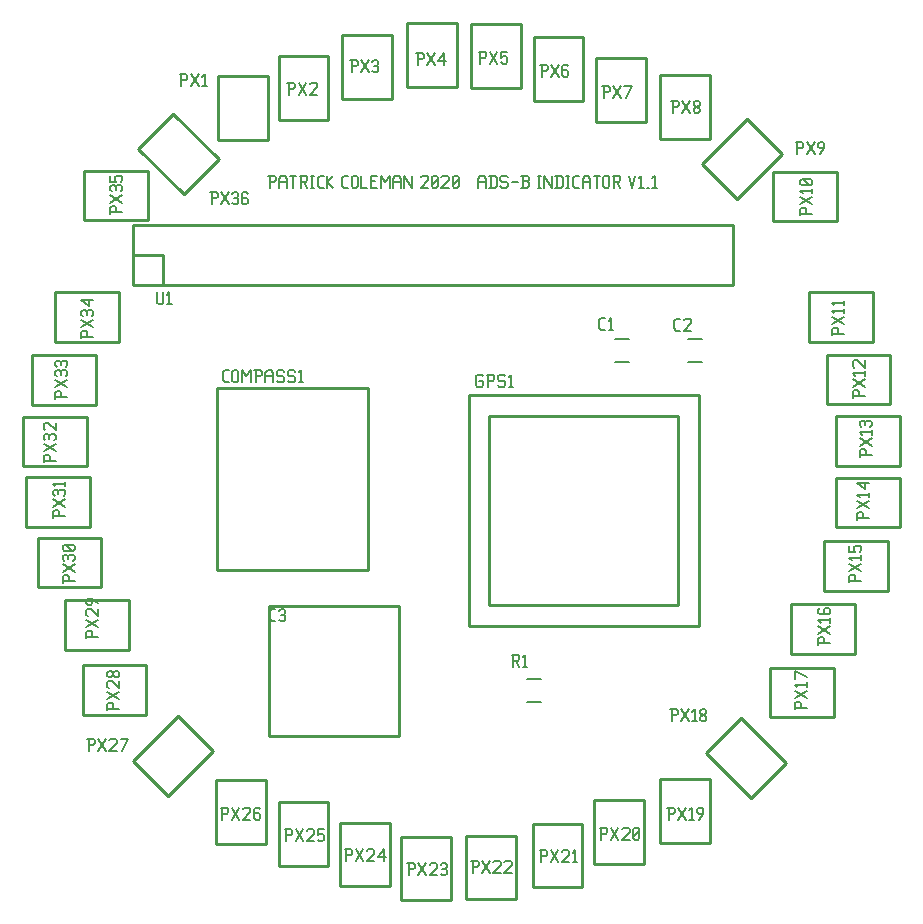
<source format=gbr>
G04 start of page 8 for group -4079 idx -4079 *
G04 Title: (unknown), topsilk *
G04 Creator: pcb 4.2.0 *
G04 CreationDate: Fri Jan  3 20:58:43 2020 UTC *
G04 For: blinken *
G04 Format: Gerber/RS-274X *
G04 PCB-Dimensions (mil): 3149.61 3149.61 *
G04 PCB-Coordinate-Origin: lower left *
%MOIN*%
%FSLAX25Y25*%
%LNTOPSILK*%
%ADD58C,0.0100*%
%ADD57C,0.0080*%
G54D57*X162992Y251543D02*Y248543D01*
Y251543D02*X163692Y252543D01*
X164792D01*
X165492Y251543D01*
Y248543D01*
X162992Y250543D02*X165492D01*
X167192Y252543D02*Y248543D01*
X168492Y252543D02*X169192Y251843D01*
Y249243D01*
X168492Y248543D02*X169192Y249243D01*
X166692Y248543D02*X168492D01*
X166692Y252543D02*X168492D01*
X172392D02*X172892Y252043D01*
X170892Y252543D02*X172392D01*
X170392Y252043D02*X170892Y252543D01*
X170392Y252043D02*Y251043D01*
X170892Y250543D01*
X172392D01*
X172892Y250043D01*
Y249043D01*
X172392Y248543D02*X172892Y249043D01*
X170892Y248543D02*X172392D01*
X170392Y249043D02*X170892Y248543D01*
X174092Y250543D02*X176092D01*
X177292Y248543D02*X179292D01*
X179792Y249043D01*
Y250243D02*Y249043D01*
X179292Y250743D02*X179792Y250243D01*
X177792Y250743D02*X179292D01*
X177792Y252543D02*Y248543D01*
X177292Y252543D02*X179292D01*
X179792Y252043D01*
Y251243D01*
X179292Y250743D02*X179792Y251243D01*
X182792Y252543D02*X183792D01*
X183292D02*Y248543D01*
X182792D02*X183792D01*
X184992Y252543D02*Y248543D01*
Y252543D02*X187492Y248543D01*
Y252543D02*Y248543D01*
X189192Y252543D02*Y248543D01*
X190492Y252543D02*X191192Y251843D01*
Y249243D01*
X190492Y248543D02*X191192Y249243D01*
X188692Y248543D02*X190492D01*
X188692Y252543D02*X190492D01*
X192392D02*X193392D01*
X192892D02*Y248543D01*
X192392D02*X193392D01*
X195292D02*X196592D01*
X194592Y249243D02*X195292Y248543D01*
X194592Y251843D02*Y249243D01*
Y251843D02*X195292Y252543D01*
X196592D01*
X197792Y251543D02*Y248543D01*
Y251543D02*X198492Y252543D01*
X199592D01*
X200292Y251543D01*
Y248543D01*
X197792Y250543D02*X200292D01*
X201492Y252543D02*X203492D01*
X202492D02*Y248543D01*
X204692Y252043D02*Y249043D01*
Y252043D02*X205192Y252543D01*
X206192D01*
X206692Y252043D01*
Y249043D01*
X206192Y248543D02*X206692Y249043D01*
X205192Y248543D02*X206192D01*
X204692Y249043D02*X205192Y248543D01*
X207892Y252543D02*X209892D01*
X210392Y252043D01*
Y251043D01*
X209892Y250543D02*X210392Y251043D01*
X208392Y250543D02*X209892D01*
X208392Y252543D02*Y248543D01*
X209192Y250543D02*X210392Y248543D01*
X213392Y252543D02*X214392Y248543D01*
X215392Y252543D01*
X216592Y251743D02*X217392Y252543D01*
Y248543D01*
X216592D02*X218092D01*
X219292D02*X219792D01*
X220992Y251743D02*X221792Y252543D01*
Y248543D01*
X220992D02*X222492D01*
X93429Y252537D02*Y248537D01*
X92929Y252537D02*X94929D01*
X95429Y252037D01*
Y251037D01*
X94929Y250537D02*X95429Y251037D01*
X93429Y250537D02*X94929D01*
X96629Y251537D02*Y248537D01*
Y251537D02*X97329Y252537D01*
X98429D01*
X99129Y251537D01*
Y248537D01*
X96629Y250537D02*X99129D01*
X100329Y252537D02*X102329D01*
X101329D02*Y248537D01*
X103529Y252537D02*X105529D01*
X106029Y252037D01*
Y251037D01*
X105529Y250537D02*X106029Y251037D01*
X104029Y250537D02*X105529D01*
X104029Y252537D02*Y248537D01*
X104829Y250537D02*X106029Y248537D01*
X107229Y252537D02*X108229D01*
X107729D02*Y248537D01*
X107229D02*X108229D01*
X110129D02*X111429D01*
X109429Y249237D02*X110129Y248537D01*
X109429Y251837D02*Y249237D01*
Y251837D02*X110129Y252537D01*
X111429D01*
X112629D02*Y248537D01*
Y250537D02*X114629Y252537D01*
X112629Y250537D02*X114629Y248537D01*
X118329D02*X119629D01*
X117629Y249237D02*X118329Y248537D01*
X117629Y251837D02*Y249237D01*
Y251837D02*X118329Y252537D01*
X119629D01*
X120829Y252037D02*Y249037D01*
Y252037D02*X121329Y252537D01*
X122329D01*
X122829Y252037D01*
Y249037D01*
X122329Y248537D02*X122829Y249037D01*
X121329Y248537D02*X122329D01*
X120829Y249037D02*X121329Y248537D01*
X124029Y252537D02*Y248537D01*
X126029D01*
X127229Y250737D02*X128729D01*
X127229Y248537D02*X129229D01*
X127229Y252537D02*Y248537D01*
Y252537D02*X129229D01*
X130429D02*Y248537D01*
Y252537D02*X131929Y250537D01*
X133429Y252537D01*
Y248537D01*
X134629Y251537D02*Y248537D01*
Y251537D02*X135329Y252537D01*
X136429D01*
X137129Y251537D01*
Y248537D01*
X134629Y250537D02*X137129D01*
X138329Y252537D02*Y248537D01*
Y252537D02*X140829Y248537D01*
Y252537D02*Y248537D01*
X143829Y252037D02*X144329Y252537D01*
X145829D01*
X146329Y252037D01*
Y251037D01*
X143829Y248537D02*X146329Y251037D01*
X143829Y248537D02*X146329D01*
X147529Y249037D02*X148029Y248537D01*
X147529Y252037D02*Y249037D01*
Y252037D02*X148029Y252537D01*
X149029D01*
X149529Y252037D01*
Y249037D01*
X149029Y248537D02*X149529Y249037D01*
X148029Y248537D02*X149029D01*
X147529Y249537D02*X149529Y251537D01*
X150729Y252037D02*X151229Y252537D01*
X152729D01*
X153229Y252037D01*
Y251037D01*
X150729Y248537D02*X153229Y251037D01*
X150729Y248537D02*X153229D01*
X154429Y249037D02*X154929Y248537D01*
X154429Y252037D02*Y249037D01*
Y252037D02*X154929Y252537D01*
X155929D01*
X156429Y252037D01*
Y249037D01*
X155929Y248537D02*X156429Y249037D01*
X154929Y248537D02*X155929D01*
X154429Y249537D02*X156429Y251537D01*
G54D58*X31102Y72835D02*Y89370D01*
Y72835D02*X52362D01*
X52362Y89370D01*
X31102Y89370D02*X52362Y89370D01*
X25197Y94488D02*Y111024D01*
Y94488D02*X46457D01*
X46457Y111024D01*
X25197Y111024D02*X46457Y111024D01*
X93401Y109141D02*X136708D01*
Y65834D01*
X93401D01*
Y109141D01*
X92126Y29921D02*X75591Y29921D01*
X92126Y29921D02*X92126Y51181D01*
X75591Y51181D01*
X75591Y29921D02*X75591Y51181D01*
X59464Y45744D02*X47772Y57437D01*
X59464Y45744D02*X74497Y60777D01*
X62805Y72470D01*
X47772Y57437D02*X62805Y72470D01*
X175591Y11417D02*X159055Y11417D01*
X175591Y11417D02*X175591Y32677D01*
X159055Y32677D01*
X159055Y11417D02*X159055Y32677D01*
X153937Y11024D02*X137402Y11024D01*
X153937Y11024D02*X153937Y32283D01*
X137402Y32283D01*
X137402Y11024D02*X137402Y32283D01*
X133465Y15748D02*X116929Y15748D01*
X133465Y15748D02*X133465Y37008D01*
X116929Y37008D01*
X116929Y15748D02*X116929Y37008D01*
X112992Y22441D02*X96457Y22441D01*
X112992Y22441D02*X112992Y43701D01*
X96457Y43701D01*
X96457Y22441D02*X96457Y43701D01*
X75827Y181693D02*X126220D01*
X75827D02*Y121063D01*
X126220D01*
Y181693D02*Y121063D01*
G54D57*X208583Y190551D02*X213307D01*
X208583Y198031D02*X213307D01*
X179252Y84685D02*X183976D01*
X179252Y77205D02*X183976D01*
G54D58*X47795Y216299D02*X247795D01*
Y236299D02*Y216299D01*
X47795Y236299D02*X247795D01*
X47795D02*Y216299D01*
X57795Y226299D02*Y216299D01*
X47795Y226299D02*X57795D01*
X166675Y172498D02*X229667D01*
Y109506D01*
X166675D01*
Y172498D01*
X159785Y179388D02*Y102616D01*
X236557D01*
Y179388D01*
X159785D01*
X117717Y299606D02*X134252D01*
X117717D02*Y278346D01*
X134252D01*
Y299606D02*Y278346D01*
X139370Y303543D02*X155906D01*
X139370D02*Y282283D01*
X155906D01*
Y303543D02*Y282283D01*
X160630Y303150D02*X177165D01*
X160630D02*Y281890D01*
X177165D01*
Y303150D02*Y281890D01*
X181496Y298819D02*X198031D01*
X181496D02*Y277559D01*
X198031D01*
Y298819D02*Y277559D01*
X202362Y291732D02*X218898D01*
X202362D02*Y270472D01*
X218898D01*
Y291732D02*Y270472D01*
X223622Y286220D02*X240157D01*
X223622D02*Y264961D01*
X240157D01*
Y286220D02*Y264961D01*
G54D57*X232795Y190551D02*X237519D01*
X232795Y198031D02*X237519D01*
G54D58*X300394Y192913D02*X300394Y176378D01*
X300394Y192913D02*X279134Y192913D01*
Y176378D01*
X300394D02*X279134D01*
X252481Y271535D02*X264173Y259843D01*
X252481Y271535D02*X237448Y256502D01*
X249140Y244810D01*
X264173Y259843D02*X249140Y244810D01*
X282677Y253937D02*X282677Y237402D01*
X282677Y253937D02*X261417Y253937D01*
Y237402D01*
X282677D02*X261417D01*
X294488Y213780D02*X294488Y197244D01*
X294488Y213780D02*X273228Y213780D01*
Y197244D01*
X294488D02*X273228D01*
X303543Y172441D02*X303543Y155906D01*
X303543Y172441D02*X282283Y172441D01*
Y155906D01*
X303543D02*X282283D01*
X303543Y151968D02*X303543Y135433D01*
X303543Y151968D02*X282283Y151969D01*
Y135433D01*
X303543D02*X282283D01*
X76378Y285827D02*X92913D01*
X76378D02*Y264567D01*
X92913D01*
Y285827D02*Y264567D01*
X96457Y292520D02*X112992D01*
X96457D02*Y271260D01*
X112992D01*
Y292520D02*Y271260D01*
X16142Y115354D02*Y131890D01*
Y115354D02*X37402D01*
X37402Y131890D01*
X16142Y131890D02*X37402Y131890D01*
X12205Y135630D02*Y152165D01*
Y135630D02*X33465D01*
X33465Y152165D01*
X12205Y152165D02*X33465Y152165D01*
X11417Y155709D02*Y172244D01*
Y155709D02*X32677D01*
X32677Y172244D01*
X11417Y172244D02*X32677Y172244D01*
X14173Y176181D02*Y192717D01*
Y176181D02*X35433D01*
X35433Y192717D01*
X14173Y192717D02*X35433Y192717D01*
X22047Y197244D02*Y213780D01*
Y197244D02*X43307D01*
X43307Y213780D01*
X22047Y213780D02*X43307Y213780D01*
X49725Y261536D02*X61417Y273228D01*
X49725Y261536D02*X64758Y246503D01*
X76450Y258195D01*
X61417Y273228D02*X76450Y258195D01*
X31496Y237795D02*Y254331D01*
Y237795D02*X52756D01*
X52756Y254331D01*
X31496Y254331D02*X52756Y254331D01*
X281496Y88583D02*X281496Y72047D01*
X281496Y88583D02*X260236Y88583D01*
Y72047D01*
X281496D02*X260236D01*
X265629Y56968D02*X253937Y45276D01*
X265629Y56968D02*X250596Y72001D01*
X238904Y60309D01*
X253937Y45276D02*X238904Y60309D01*
X240157Y30315D02*X223622Y30315D01*
X240157Y30315D02*X240157Y51575D01*
X223622Y51575D01*
X223622Y30315D02*X223622Y51575D01*
X299606Y130709D02*X299606Y114173D01*
X299606Y130709D02*X278346Y130709D01*
Y114173D01*
X299606D02*X278346D01*
X288583Y109843D02*X288583Y93307D01*
X288583Y109843D02*X267323Y109843D01*
Y93307D01*
X288583D02*X267323D01*
X218110Y23228D02*X201575Y23228D01*
X218110Y23228D02*X218110Y44488D01*
X201575Y44488D01*
X201575Y23228D02*X201575Y44488D01*
X197638Y15354D02*X181102Y15354D01*
X197638Y15354D02*X197638Y36614D01*
X181102Y36614D01*
X181102Y15354D02*X181102Y36614D01*
G54D57*X204007Y201102D02*X205307D01*
X203307Y201802D02*X204007Y201102D01*
X203307Y204402D02*Y201802D01*
Y204402D02*X204007Y205102D01*
X205307D01*
X206507Y204302D02*X207307Y205102D01*
Y201102D01*
X206507D02*X208007D01*
X174173Y92976D02*X176173D01*
X176673Y92476D01*
Y91476D01*
X176173Y90976D02*X176673Y91476D01*
X174673Y90976D02*X176173D01*
X174673Y92976D02*Y88976D01*
X175473Y90976D02*X176673Y88976D01*
X177873Y92176D02*X178673Y92976D01*
Y88976D01*
X177873D02*X179373D01*
X228928Y200984D02*X230228D01*
X228228Y201684D02*X228928Y200984D01*
X228228Y204284D02*Y201684D01*
Y204284D02*X228928Y204984D01*
X230228D01*
X231428Y204484D02*X231928Y204984D01*
X233428D01*
X233928Y204484D01*
Y203484D01*
X231428Y200984D02*X233928Y203484D01*
X231428Y200984D02*X233928D01*
X164147Y186262D02*X164647Y185762D01*
X162647Y186262D02*X164147D01*
X162147Y185762D02*X162647Y186262D01*
X162147Y185762D02*Y182762D01*
X162647Y182262D01*
X164147D01*
X164647Y182762D01*
Y183762D02*Y182762D01*
X164147Y184262D02*X164647Y183762D01*
X163147Y184262D02*X164147D01*
X166347Y186262D02*Y182262D01*
X165847Y186262D02*X167847D01*
X168347Y185762D01*
Y184762D01*
X167847Y184262D02*X168347Y184762D01*
X166347Y184262D02*X167847D01*
X171547Y186262D02*X172047Y185762D01*
X170047Y186262D02*X171547D01*
X169547Y185762D02*X170047Y186262D01*
X169547Y185762D02*Y184762D01*
X170047Y184262D01*
X171547D01*
X172047Y183762D01*
Y182762D01*
X171547Y182262D02*X172047Y182762D01*
X170047Y182262D02*X171547D01*
X169547Y182762D02*X170047Y182262D01*
X173247Y185462D02*X174047Y186262D01*
Y182262D01*
X173247D02*X174747D01*
X289386Y138492D02*X293386D01*
X289386Y139992D02*Y137992D01*
Y139992D02*X289886Y140492D01*
X290886D01*
X291386Y139992D02*X290886Y140492D01*
X291386Y139992D02*Y138492D01*
X293386Y141692D02*X289386Y144192D01*
Y141692D02*X293386Y144192D01*
X290186Y145392D02*X289386Y146192D01*
X293386D01*
Y146892D02*Y145392D01*
X291886Y148092D02*X289386Y150092D01*
X291886Y150592D02*Y148092D01*
X289386Y150092D02*X293386D01*
X286630Y117626D02*X290630D01*
X286630Y119126D02*Y117126D01*
Y119126D02*X287130Y119626D01*
X288130D01*
X288630Y119126D02*X288130Y119626D01*
X288630Y119126D02*Y117626D01*
X290630Y120826D02*X286630Y123326D01*
Y120826D02*X290630Y123326D01*
X287430Y124526D02*X286630Y125326D01*
X290630D01*
Y126026D02*Y124526D01*
X286630Y129226D02*Y127226D01*
X288630D01*
X288130Y127726D01*
Y128726D02*Y127726D01*
Y128726D02*X288630Y129226D01*
X290130D01*
X290630Y128726D02*X290130Y129226D01*
X290630Y128726D02*Y127726D01*
X290130Y127226D02*X290630Y127726D01*
X290173Y159358D02*X294173D01*
X290173Y160858D02*Y158858D01*
Y160858D02*X290673Y161358D01*
X291673D01*
X292173Y160858D02*X291673Y161358D01*
X292173Y160858D02*Y159358D01*
X294173Y162558D02*X290173Y165058D01*
Y162558D02*X294173Y165058D01*
X290973Y166258D02*X290173Y167058D01*
X294173D01*
Y167758D02*Y166258D01*
X290673Y168958D02*X290173Y169458D01*
Y170458D02*Y169458D01*
Y170458D02*X290673Y170958D01*
X294173Y170458D02*X293673Y170958D01*
X294173Y170458D02*Y169458D01*
X293673Y168958D02*X294173Y169458D01*
X291973Y170458D02*Y169458D01*
X290673Y170958D02*X291473D01*
X292473D02*X293673D01*
X292473D02*X291973Y170458D01*
X291473Y170958D02*X291973Y170458D01*
X280921Y199909D02*X284921D01*
X280921Y201409D02*Y199409D01*
Y201409D02*X281421Y201909D01*
X282421D01*
X282921Y201409D02*X282421Y201909D01*
X282921Y201409D02*Y199909D01*
X284921Y203109D02*X280921Y205609D01*
Y203109D02*X284921Y205609D01*
X281721Y206809D02*X280921Y207609D01*
X284921D01*
Y208309D02*Y206809D01*
X281721Y209509D02*X280921Y210309D01*
X284921D01*
Y211009D02*Y209509D01*
X287811Y179043D02*X291811D01*
X287811Y180543D02*Y178543D01*
Y180543D02*X288311Y181043D01*
X289311D01*
X289811Y180543D02*X289311Y181043D01*
X289811Y180543D02*Y179043D01*
X291811Y182243D02*X287811Y184743D01*
Y182243D02*X291811Y184743D01*
X288611Y185943D02*X287811Y186743D01*
X291811D01*
Y187443D02*Y185943D01*
X288311Y188643D02*X287811Y189143D01*
Y190643D02*Y189143D01*
Y190643D02*X288311Y191143D01*
X289311D01*
X291811Y188643D02*X289311Y191143D01*
X291811D02*Y188643D01*
X56063Y213724D02*Y210224D01*
X56563Y209724D01*
X57563D01*
X58063Y210224D01*
Y213724D02*Y210224D01*
X59263Y212924D02*X60063Y213724D01*
Y209724D01*
X59263D02*X60763D01*
X78456Y183819D02*X79756D01*
X77756Y184519D02*X78456Y183819D01*
X77756Y187119D02*Y184519D01*
Y187119D02*X78456Y187819D01*
X79756D01*
X80956Y187319D02*Y184319D01*
Y187319D02*X81456Y187819D01*
X82456D01*
X82956Y187319D01*
Y184319D01*
X82456Y183819D02*X82956Y184319D01*
X81456Y183819D02*X82456D01*
X80956Y184319D02*X81456Y183819D01*
X84156Y187819D02*Y183819D01*
Y187819D02*X85656Y185819D01*
X87156Y187819D01*
Y183819D01*
X88856Y187819D02*Y183819D01*
X88356Y187819D02*X90356D01*
X90856Y187319D01*
Y186319D01*
X90356Y185819D02*X90856Y186319D01*
X88856Y185819D02*X90356D01*
X92056Y186819D02*Y183819D01*
Y186819D02*X92756Y187819D01*
X93856D01*
X94556Y186819D01*
Y183819D01*
X92056Y185819D02*X94556D01*
X97756Y187819D02*X98256Y187319D01*
X96256Y187819D02*X97756D01*
X95756Y187319D02*X96256Y187819D01*
X95756Y187319D02*Y186319D01*
X96256Y185819D01*
X97756D01*
X98256Y185319D01*
Y184319D01*
X97756Y183819D02*X98256Y184319D01*
X96256Y183819D02*X97756D01*
X95756Y184319D02*X96256Y183819D01*
X101456Y187819D02*X101956Y187319D01*
X99956Y187819D02*X101456D01*
X99456Y187319D02*X99956Y187819D01*
X99456Y187319D02*Y186319D01*
X99956Y185819D01*
X101456D01*
X101956Y185319D01*
Y184319D01*
X101456Y183819D02*X101956Y184319D01*
X99956Y183819D02*X101456D01*
X99456Y184319D02*X99956Y183819D01*
X103156Y187019D02*X103956Y187819D01*
Y183819D01*
X103156D02*X104656D01*
X30724Y198925D02*X34724D01*
X30724Y200425D02*Y198425D01*
Y200425D02*X31224Y200925D01*
X32224D01*
X32724Y200425D02*X32224Y200925D01*
X32724Y200425D02*Y198925D01*
X34724Y202125D02*X30724Y204625D01*
Y202125D02*X34724Y204625D01*
X31224Y205825D02*X30724Y206325D01*
Y207325D02*Y206325D01*
Y207325D02*X31224Y207825D01*
X34724Y207325D02*X34224Y207825D01*
X34724Y207325D02*Y206325D01*
X34224Y205825D02*X34724Y206325D01*
X32524Y207325D02*Y206325D01*
X31224Y207825D02*X32024D01*
X33024D02*X34224D01*
X33024D02*X32524Y207325D01*
X32024Y207825D02*X32524Y207325D01*
X33224Y209025D02*X30724Y211025D01*
X33224Y211525D02*Y209025D01*
X30724Y211025D02*X34724D01*
X64083Y286402D02*Y282402D01*
X63583Y286402D02*X65583D01*
X66083Y285902D01*
Y284902D01*
X65583Y284402D02*X66083Y284902D01*
X64083Y284402D02*X65583D01*
X67283Y282402D02*X69783Y286402D01*
X67283D02*X69783Y282402D01*
X70983Y285602D02*X71783Y286402D01*
Y282402D01*
X70983D02*X72483D01*
X74122Y247031D02*Y243031D01*
X73622Y247031D02*X75622D01*
X76122Y246531D01*
Y245531D01*
X75622Y245031D02*X76122Y245531D01*
X74122Y245031D02*X75622D01*
X77322Y243031D02*X79822Y247031D01*
X77322D02*X79822Y243031D01*
X81022Y246531D02*X81522Y247031D01*
X82522D01*
X83022Y246531D01*
X82522Y243031D02*X83022Y243531D01*
X81522Y243031D02*X82522D01*
X81022Y243531D02*X81522Y243031D01*
Y245231D02*X82522D01*
X83022Y246531D02*Y245731D01*
Y244731D02*Y243531D01*
Y244731D02*X82522Y245231D01*
X83022Y245731D02*X82522Y245231D01*
X85722Y247031D02*X86222Y246531D01*
X84722Y247031D02*X85722D01*
X84222Y246531D02*X84722Y247031D01*
X84222Y246531D02*Y243531D01*
X84722Y243031D01*
X85722Y245231D02*X86222Y244731D01*
X84222Y245231D02*X85722D01*
X84722Y243031D02*X85722D01*
X86222Y243531D01*
Y244731D02*Y243531D01*
X99909Y283646D02*Y279646D01*
X99409Y283646D02*X101409D01*
X101909Y283146D01*
Y282146D01*
X101409Y281646D02*X101909Y282146D01*
X99909Y281646D02*X101409D01*
X103109Y279646D02*X105609Y283646D01*
X103109D02*X105609Y279646D01*
X106809Y283146D02*X107309Y283646D01*
X108809D01*
X109309Y283146D01*
Y282146D01*
X106809Y279646D02*X109309Y282146D01*
X106809Y279646D02*X109309D01*
X21276Y139083D02*X25276D01*
X21276Y140583D02*Y138583D01*
Y140583D02*X21776Y141083D01*
X22776D01*
X23276Y140583D02*X22776Y141083D01*
X23276Y140583D02*Y139083D01*
X25276Y142283D02*X21276Y144783D01*
Y142283D02*X25276Y144783D01*
X21776Y145983D02*X21276Y146483D01*
Y147483D02*Y146483D01*
Y147483D02*X21776Y147983D01*
X25276Y147483D02*X24776Y147983D01*
X25276Y147483D02*Y146483D01*
X24776Y145983D02*X25276Y146483D01*
X23076Y147483D02*Y146483D01*
X21776Y147983D02*X22576D01*
X23576D02*X24776D01*
X23576D02*X23076Y147483D01*
X22576Y147983D02*X23076Y147483D01*
X22076Y149183D02*X21276Y149983D01*
X25276D01*
Y150683D02*Y149183D01*
X18126Y157587D02*X22126D01*
X18126Y159087D02*Y157087D01*
Y159087D02*X18626Y159587D01*
X19626D01*
X20126Y159087D02*X19626Y159587D01*
X20126Y159087D02*Y157587D01*
X22126Y160787D02*X18126Y163287D01*
Y160787D02*X22126Y163287D01*
X18626Y164487D02*X18126Y164987D01*
Y165987D02*Y164987D01*
Y165987D02*X18626Y166487D01*
X22126Y165987D02*X21626Y166487D01*
X22126Y165987D02*Y164987D01*
X21626Y164487D02*X22126Y164987D01*
X19926Y165987D02*Y164987D01*
X18626Y166487D02*X19426D01*
X20426D02*X21626D01*
X20426D02*X19926Y165987D01*
X19426Y166487D02*X19926Y165987D01*
X18626Y167687D02*X18126Y168187D01*
Y169687D02*Y168187D01*
Y169687D02*X18626Y170187D01*
X19626D01*
X22126Y167687D02*X19626Y170187D01*
X22126D02*Y167687D01*
X22063Y178846D02*X26063D01*
X22063Y180346D02*Y178346D01*
Y180346D02*X22563Y180846D01*
X23563D01*
X24063Y180346D02*X23563Y180846D01*
X24063Y180346D02*Y178846D01*
X26063Y182046D02*X22063Y184546D01*
Y182046D02*X26063Y184546D01*
X22563Y185746D02*X22063Y186246D01*
Y187246D02*Y186246D01*
Y187246D02*X22563Y187746D01*
X26063Y187246D02*X25563Y187746D01*
X26063Y187246D02*Y186246D01*
X25563Y185746D02*X26063Y186246D01*
X23863Y187246D02*Y186246D01*
X22563Y187746D02*X23363D01*
X24363D02*X25563D01*
X24363D02*X23863Y187246D01*
X23363Y187746D02*X23863Y187246D01*
X22563Y188946D02*X22063Y189446D01*
Y190446D02*Y189446D01*
Y190446D02*X22563Y190946D01*
X26063Y190446D02*X25563Y190946D01*
X26063Y190446D02*Y189446D01*
X25563Y188946D02*X26063Y189446D01*
X23863Y190446D02*Y189446D01*
X22563Y190946D02*X23363D01*
X24363D02*X25563D01*
X24363D02*X23863Y190446D01*
X23363Y190946D02*X23863Y190446D01*
X40370Y240461D02*X44370D01*
X40370Y241961D02*Y239961D01*
Y241961D02*X40870Y242461D01*
X41870D01*
X42370Y241961D02*X41870Y242461D01*
X42370Y241961D02*Y240461D01*
X44370Y243661D02*X40370Y246161D01*
Y243661D02*X44370Y246161D01*
X40870Y247361D02*X40370Y247861D01*
Y248861D02*Y247861D01*
Y248861D02*X40870Y249361D01*
X44370Y248861D02*X43870Y249361D01*
X44370Y248861D02*Y247861D01*
X43870Y247361D02*X44370Y247861D01*
X42170Y248861D02*Y247861D01*
X40870Y249361D02*X41670D01*
X42670D02*X43870D01*
X42670D02*X42170Y248861D01*
X41670Y249361D02*X42170Y248861D01*
X40370Y252561D02*Y250561D01*
X42370D01*
X41870Y251061D01*
Y252061D02*Y251061D01*
Y252061D02*X42370Y252561D01*
X43870D01*
X44370Y252061D02*X43870Y252561D01*
X44370Y252061D02*Y251061D01*
X43870Y250561D02*X44370Y251061D01*
X77665Y41913D02*Y37913D01*
X77165Y41913D02*X79165D01*
X79665Y41413D01*
Y40413D01*
X79165Y39913D02*X79665Y40413D01*
X77665Y39913D02*X79165D01*
X80865Y37913D02*X83365Y41913D01*
X80865D02*X83365Y37913D01*
X84565Y41413D02*X85065Y41913D01*
X86565D01*
X87065Y41413D01*
Y40413D01*
X84565Y37913D02*X87065Y40413D01*
X84565Y37913D02*X87065D01*
X89765Y41913D02*X90265Y41413D01*
X88765Y41913D02*X89765D01*
X88265Y41413D02*X88765Y41913D01*
X88265Y41413D02*Y38413D01*
X88765Y37913D01*
X89765Y40113D02*X90265Y39613D01*
X88265Y40113D02*X89765D01*
X88765Y37913D02*X89765D01*
X90265Y38413D01*
Y39613D02*Y38413D01*
X33177Y64945D02*Y60945D01*
X32677Y64945D02*X34677D01*
X35177Y64445D01*
Y63445D01*
X34677Y62945D02*X35177Y63445D01*
X33177Y62945D02*X34677D01*
X36377Y60945D02*X38877Y64945D01*
X36377D02*X38877Y60945D01*
X40077Y64445D02*X40577Y64945D01*
X42077D01*
X42577Y64445D01*
Y63445D01*
X40077Y60945D02*X42577Y63445D01*
X40077Y60945D02*X42577D01*
X44277D02*X46277Y64945D01*
X43777D02*X46277D01*
X39386Y74909D02*X43386D01*
X39386Y76409D02*Y74409D01*
Y76409D02*X39886Y76909D01*
X40886D01*
X41386Y76409D02*X40886Y76909D01*
X41386Y76409D02*Y74909D01*
X43386Y78109D02*X39386Y80609D01*
Y78109D02*X43386Y80609D01*
X39886Y81809D02*X39386Y82309D01*
Y83809D02*Y82309D01*
Y83809D02*X39886Y84309D01*
X40886D01*
X43386Y81809D02*X40886Y84309D01*
X43386D02*Y81809D01*
X42886Y85509D02*X43386Y86009D01*
X42086Y85509D02*X42886D01*
X42086D02*X41386Y86209D01*
Y86809D02*Y86209D01*
Y86809D02*X42086Y87509D01*
X42886D01*
X43386Y87009D02*X42886Y87509D01*
X43386Y87009D02*Y86009D01*
X40686Y85509D02*X41386Y86209D01*
X39886Y85509D02*X40686D01*
X39886D02*X39386Y86009D01*
Y87009D02*Y86009D01*
Y87009D02*X39886Y87509D01*
X40686D01*
X41386Y86809D02*X40686Y87509D01*
X24425Y117429D02*X28425D01*
X24425Y118929D02*Y116929D01*
Y118929D02*X24925Y119429D01*
X25925D01*
X26425Y118929D02*X25925Y119429D01*
X26425Y118929D02*Y117429D01*
X28425Y120629D02*X24425Y123129D01*
Y120629D02*X28425Y123129D01*
X24925Y124329D02*X24425Y124829D01*
Y125829D02*Y124829D01*
Y125829D02*X24925Y126329D01*
X28425Y125829D02*X27925Y126329D01*
X28425Y125829D02*Y124829D01*
X27925Y124329D02*X28425Y124829D01*
X26225Y125829D02*Y124829D01*
X24925Y126329D02*X25725D01*
X26725D02*X27925D01*
X26725D02*X26225Y125829D01*
X25725Y126329D02*X26225Y125829D01*
X27925Y127529D02*X28425Y128029D01*
X24925Y127529D02*X27925D01*
X24925D02*X24425Y128029D01*
Y129029D02*Y128029D01*
Y129029D02*X24925Y129529D01*
X27925D01*
X28425Y129029D02*X27925Y129529D01*
X28425Y129029D02*Y128029D01*
X27425Y127529D02*X25425Y129529D01*
X139870Y23409D02*Y19409D01*
X139370Y23409D02*X141370D01*
X141870Y22909D01*
Y21909D01*
X141370Y21409D02*X141870Y21909D01*
X139870Y21409D02*X141370D01*
X143070Y19409D02*X145570Y23409D01*
X143070D02*X145570Y19409D01*
X146770Y22909D02*X147270Y23409D01*
X148770D01*
X149270Y22909D01*
Y21909D01*
X146770Y19409D02*X149270Y21909D01*
X146770Y19409D02*X149270D01*
X150470Y22909D02*X150970Y23409D01*
X151970D01*
X152470Y22909D01*
X151970Y19409D02*X152470Y19909D01*
X150970Y19409D02*X151970D01*
X150470Y19909D02*X150970Y19409D01*
Y21609D02*X151970D01*
X152470Y22909D02*Y22109D01*
Y21109D02*Y19909D01*
Y21109D02*X151970Y21609D01*
X152470Y22109D02*X151970Y21609D01*
X119004Y28134D02*Y24134D01*
X118504Y28134D02*X120504D01*
X121004Y27634D01*
Y26634D01*
X120504Y26134D02*X121004Y26634D01*
X119004Y26134D02*X120504D01*
X122204Y24134D02*X124704Y28134D01*
X122204D02*X124704Y24134D01*
X125904Y27634D02*X126404Y28134D01*
X127904D01*
X128404Y27634D01*
Y26634D01*
X125904Y24134D02*X128404Y26634D01*
X125904Y24134D02*X128404D01*
X129604Y25634D02*X131604Y28134D01*
X129604Y25634D02*X132104D01*
X131604Y28134D02*Y24134D01*
X98925Y34827D02*Y30827D01*
X98425Y34827D02*X100425D01*
X100925Y34327D01*
Y33327D01*
X100425Y32827D02*X100925Y33327D01*
X98925Y32827D02*X100425D01*
X102125Y30827D02*X104625Y34827D01*
X102125D02*X104625Y30827D01*
X105825Y34327D02*X106325Y34827D01*
X107825D01*
X108325Y34327D01*
Y33327D01*
X105825Y30827D02*X108325Y33327D01*
X105825Y30827D02*X108325D01*
X109525Y34827D02*X111525D01*
X109525D02*Y32827D01*
X110025Y33327D01*
X111025D01*
X111525Y32827D01*
Y31327D01*
X111025Y30827D02*X111525Y31327D01*
X110025Y30827D02*X111025D01*
X109525Y31327D02*X110025Y30827D01*
X32299Y98925D02*X36299D01*
X32299Y100425D02*Y98425D01*
Y100425D02*X32799Y100925D01*
X33799D01*
X34299Y100425D02*X33799Y100925D01*
X34299Y100425D02*Y98925D01*
X36299Y102125D02*X32299Y104625D01*
Y102125D02*X36299Y104625D01*
X32799Y105825D02*X32299Y106325D01*
Y107825D02*Y106325D01*
Y107825D02*X32799Y108325D01*
X33799D01*
X36299Y105825D02*X33799Y108325D01*
X36299D02*Y105825D01*
Y110025D02*X34299Y111525D01*
X32799D02*X34299D01*
X32299Y111025D02*X32799Y111525D01*
X32299Y111025D02*Y110025D01*
X32799Y109525D02*X32299Y110025D01*
X32799Y109525D02*X33799D01*
X34299Y110025D01*
Y111525D02*Y110025D01*
X94101Y104141D02*X95401D01*
X93401Y104841D02*X94101Y104141D01*
X93401Y107441D02*Y104841D01*
Y107441D02*X94101Y108141D01*
X95401D01*
X96601Y107641D02*X97101Y108141D01*
X98101D01*
X98601Y107641D01*
X98101Y104141D02*X98601Y104641D01*
X97101Y104141D02*X98101D01*
X96601Y104641D02*X97101Y104141D01*
Y106341D02*X98101D01*
X98601Y107641D02*Y106841D01*
Y105841D02*Y104641D01*
Y105841D02*X98101Y106341D01*
X98601Y106841D02*X98101Y106341D01*
X269398Y263764D02*Y259764D01*
X268898Y263764D02*X270898D01*
X271398Y263264D01*
Y262264D01*
X270898Y261764D02*X271398Y262264D01*
X269398Y261764D02*X270898D01*
X272598Y259764D02*X275098Y263764D01*
X272598D02*X275098Y259764D01*
X276798D02*X278298Y261764D01*
Y263264D02*Y261764D01*
X277798Y263764D02*X278298Y263264D01*
X276798Y263764D02*X277798D01*
X276298Y263264D02*X276798Y263764D01*
X276298Y263264D02*Y262264D01*
X276798Y261764D01*
X278298D01*
X270291Y239870D02*X274291D01*
X270291Y241370D02*Y239370D01*
Y241370D02*X270791Y241870D01*
X271791D01*
X272291Y241370D02*X271791Y241870D01*
X272291Y241370D02*Y239870D01*
X274291Y243070D02*X270291Y245570D01*
Y243070D02*X274291Y245570D01*
X271091Y246770D02*X270291Y247570D01*
X274291D01*
Y248270D02*Y246770D01*
X273791Y249470D02*X274291Y249970D01*
X270791Y249470D02*X273791D01*
X270791D02*X270291Y249970D01*
Y250970D02*Y249970D01*
Y250970D02*X270791Y251470D01*
X273791D01*
X274291Y250970D02*X273791Y251470D01*
X274291Y250970D02*Y249970D01*
X273291Y249470D02*X271291Y251470D01*
X120776Y291126D02*Y287126D01*
X120276Y291126D02*X122276D01*
X122776Y290626D01*
Y289626D01*
X122276Y289126D02*X122776Y289626D01*
X120776Y289126D02*X122276D01*
X123976Y287126D02*X126476Y291126D01*
X123976D02*X126476Y287126D01*
X127676Y290626D02*X128176Y291126D01*
X129176D01*
X129676Y290626D01*
X129176Y287126D02*X129676Y287626D01*
X128176Y287126D02*X129176D01*
X127676Y287626D02*X128176Y287126D01*
Y289326D02*X129176D01*
X129676Y290626D02*Y289826D01*
Y288826D02*Y287626D01*
Y288826D02*X129176Y289326D01*
X129676Y289826D02*X129176Y289326D01*
X142823Y293488D02*Y289488D01*
X142323Y293488D02*X144323D01*
X144823Y292988D01*
Y291988D01*
X144323Y291488D02*X144823Y291988D01*
X142823Y291488D02*X144323D01*
X146023Y289488D02*X148523Y293488D01*
X146023D02*X148523Y289488D01*
X149723Y290988D02*X151723Y293488D01*
X149723Y290988D02*X152223D01*
X151723Y293488D02*Y289488D01*
X163689Y293882D02*Y289882D01*
X163189Y293882D02*X165189D01*
X165689Y293382D01*
Y292382D01*
X165189Y291882D02*X165689Y292382D01*
X163689Y291882D02*X165189D01*
X166889Y289882D02*X169389Y293882D01*
X166889D02*X169389Y289882D01*
X170589Y293882D02*X172589D01*
X170589D02*Y291882D01*
X171089Y292382D01*
X172089D01*
X172589Y291882D01*
Y290382D01*
X172089Y289882D02*X172589Y290382D01*
X171089Y289882D02*X172089D01*
X170589Y290382D02*X171089Y289882D01*
X184161Y289551D02*Y285551D01*
X183661Y289551D02*X185661D01*
X186161Y289051D01*
Y288051D01*
X185661Y287551D02*X186161Y288051D01*
X184161Y287551D02*X185661D01*
X187361Y285551D02*X189861Y289551D01*
X187361D02*X189861Y285551D01*
X192561Y289551D02*X193061Y289051D01*
X191561Y289551D02*X192561D01*
X191061Y289051D02*X191561Y289551D01*
X191061Y289051D02*Y286051D01*
X191561Y285551D01*
X192561Y287751D02*X193061Y287251D01*
X191061Y287751D02*X192561D01*
X191561Y285551D02*X192561D01*
X193061Y286051D01*
Y287251D02*Y286051D01*
X204831Y282465D02*Y278465D01*
X204331Y282465D02*X206331D01*
X206831Y281965D01*
Y280965D01*
X206331Y280465D02*X206831Y280965D01*
X204831Y280465D02*X206331D01*
X208031Y278465D02*X210531Y282465D01*
X208031D02*X210531Y278465D01*
X212231D02*X214231Y282465D01*
X211731D02*X214231D01*
X227863Y277543D02*Y273543D01*
X227363Y277543D02*X229363D01*
X229863Y277043D01*
Y276043D01*
X229363Y275543D02*X229863Y276043D01*
X227863Y275543D02*X229363D01*
X231063Y273543D02*X233563Y277543D01*
X231063D02*X233563Y273543D01*
X234763Y274043D02*X235263Y273543D01*
X234763Y274843D02*Y274043D01*
Y274843D02*X235463Y275543D01*
X236063D01*
X236763Y274843D01*
Y274043D01*
X236263Y273543D02*X236763Y274043D01*
X235263Y273543D02*X236263D01*
X234763Y276243D02*X235463Y275543D01*
X234763Y277043D02*Y276243D01*
Y277043D02*X235263Y277543D01*
X236263D01*
X236763Y277043D01*
Y276243D01*
X236063Y275543D02*X236763Y276243D01*
X227469Y74787D02*Y70787D01*
X226969Y74787D02*X228969D01*
X229469Y74287D01*
Y73287D01*
X228969Y72787D02*X229469Y73287D01*
X227469Y72787D02*X228969D01*
X230669Y70787D02*X233169Y74787D01*
X230669D02*X233169Y70787D01*
X234369Y73987D02*X235169Y74787D01*
Y70787D01*
X234369D02*X235869D01*
X237069Y71287D02*X237569Y70787D01*
X237069Y72087D02*Y71287D01*
Y72087D02*X237769Y72787D01*
X238369D01*
X239069Y72087D01*
Y71287D01*
X238569Y70787D02*X239069Y71287D01*
X237569Y70787D02*X238569D01*
X237069Y73487D02*X237769Y72787D01*
X237069Y74287D02*Y73487D01*
Y74287D02*X237569Y74787D01*
X238569D01*
X239069Y74287D01*
Y73487D01*
X238369Y72787D02*X239069Y73487D01*
X226484Y41913D02*Y37913D01*
X225984Y41913D02*X227984D01*
X228484Y41413D01*
Y40413D01*
X227984Y39913D02*X228484Y40413D01*
X226484Y39913D02*X227984D01*
X229684Y37913D02*X232184Y41913D01*
X229684D02*X232184Y37913D01*
X233384Y41113D02*X234184Y41913D01*
Y37913D01*
X233384D02*X234884D01*
X236584D02*X238084Y39913D01*
Y41413D02*Y39913D01*
X237584Y41913D02*X238084Y41413D01*
X236584Y41913D02*X237584D01*
X236084Y41413D02*X236584Y41913D01*
X236084Y41413D02*Y40413D01*
X236584Y39913D01*
X238084D01*
X276394Y96760D02*X280394D01*
X276394Y98260D02*Y96260D01*
Y98260D02*X276894Y98760D01*
X277894D01*
X278394Y98260D02*X277894Y98760D01*
X278394Y98260D02*Y96760D01*
X280394Y99960D02*X276394Y102460D01*
Y99960D02*X280394Y102460D01*
X277194Y103660D02*X276394Y104460D01*
X280394D01*
Y105160D02*Y103660D01*
X276394Y107860D02*X276894Y108360D01*
X276394Y107860D02*Y106860D01*
X276894Y106360D02*X276394Y106860D01*
X276894Y106360D02*X279894D01*
X280394Y106860D01*
X278194Y107860D02*X278694Y108360D01*
X278194Y107860D02*Y106360D01*
X280394Y107860D02*Y106860D01*
Y107860D02*X279894Y108360D01*
X278694D02*X279894D01*
X268520Y75303D02*X272520D01*
X268520Y76803D02*Y74803D01*
Y76803D02*X269020Y77303D01*
X270020D01*
X270520Y76803D02*X270020Y77303D01*
X270520Y76803D02*Y75303D01*
X272520Y78503D02*X268520Y81003D01*
Y78503D02*X272520Y81003D01*
X269320Y82203D02*X268520Y83003D01*
X272520D01*
Y83703D02*Y82203D01*
Y85403D02*X268520Y87403D01*
Y84903D01*
X204043Y35220D02*Y31220D01*
X203543Y35220D02*X205543D01*
X206043Y34720D01*
Y33720D01*
X205543Y33220D02*X206043Y33720D01*
X204043Y33220D02*X205543D01*
X207243Y31220D02*X209743Y35220D01*
X207243D02*X209743Y31220D01*
X210943Y34720D02*X211443Y35220D01*
X212943D01*
X213443Y34720D01*
Y33720D01*
X210943Y31220D02*X213443Y33720D01*
X210943Y31220D02*X213443D01*
X214643Y31720D02*X215143Y31220D01*
X214643Y34720D02*Y31720D01*
Y34720D02*X215143Y35220D01*
X216143D01*
X216643Y34720D01*
Y31720D01*
X216143Y31220D02*X216643Y31720D01*
X215143Y31220D02*X216143D01*
X214643Y32220D02*X216643Y34220D01*
X183965Y27740D02*Y23740D01*
X183465Y27740D02*X185465D01*
X185965Y27240D01*
Y26240D01*
X185465Y25740D02*X185965Y26240D01*
X183965Y25740D02*X185465D01*
X187165Y23740D02*X189665Y27740D01*
X187165D02*X189665Y23740D01*
X190865Y27240D02*X191365Y27740D01*
X192865D01*
X193365Y27240D01*
Y26240D01*
X190865Y23740D02*X193365Y26240D01*
X190865Y23740D02*X193365D01*
X194565Y26940D02*X195365Y27740D01*
Y23740D01*
X194565D02*X196065D01*
X161130Y24197D02*Y20197D01*
X160630Y24197D02*X162630D01*
X163130Y23697D01*
Y22697D01*
X162630Y22197D02*X163130Y22697D01*
X161130Y22197D02*X162630D01*
X164330Y20197D02*X166830Y24197D01*
X164330D02*X166830Y20197D01*
X168030Y23697D02*X168530Y24197D01*
X170030D01*
X170530Y23697D01*
Y22697D01*
X168030Y20197D02*X170530Y22697D01*
X168030Y20197D02*X170530D01*
X171730Y23697D02*X172230Y24197D01*
X173730D01*
X174230Y23697D01*
Y22697D01*
X171730Y20197D02*X174230Y22697D01*
X171730Y20197D02*X174230D01*
M02*

</source>
